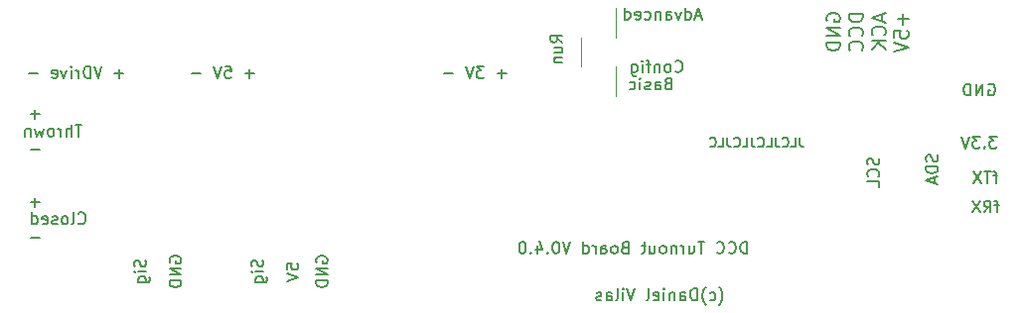
<source format=gbr>
G04 #@! TF.GenerationSoftware,KiCad,Pcbnew,6.0.6-3a73a75311~116~ubuntu22.04.1*
G04 #@! TF.CreationDate,2022-07-04T14:52:18+02:00*
G04 #@! TF.ProjectId,DccDecoder,44636344-6563-46f6-9465-722e6b696361,rev?*
G04 #@! TF.SameCoordinates,Original*
G04 #@! TF.FileFunction,Legend,Bot*
G04 #@! TF.FilePolarity,Positive*
%FSLAX46Y46*%
G04 Gerber Fmt 4.6, Leading zero omitted, Abs format (unit mm)*
G04 Created by KiCad (PCBNEW 6.0.6-3a73a75311~116~ubuntu22.04.1) date 2022-07-04 14:52:18*
%MOMM*%
%LPD*%
G01*
G04 APERTURE LIST*
%ADD10C,0.120000*%
%ADD11C,0.150000*%
%ADD12C,0.200000*%
%ADD13O,1.700000X1.950000*%
%ADD14R,2.400000X2.400000*%
%ADD15C,2.400000*%
%ADD16C,2.000000*%
%ADD17C,4.700000*%
%ADD18R,1.700000X1.700000*%
%ADD19O,1.700000X1.700000*%
%ADD20R,1.000000X1.000000*%
%ADD21O,1.000000X1.000000*%
G04 APERTURE END LIST*
D10*
X83000000Y-42000000D02*
X83000000Y-44500000D01*
X80000000Y-44500000D02*
X80000000Y-47000000D01*
X83000000Y-47000000D02*
X83000000Y-49500000D01*
D11*
X73666666Y-47571428D02*
X72904761Y-47571428D01*
X73285714Y-47952380D02*
X73285714Y-47190476D01*
X71761904Y-46952380D02*
X71142857Y-46952380D01*
X71476190Y-47333333D01*
X71333333Y-47333333D01*
X71238095Y-47380952D01*
X71190476Y-47428571D01*
X71142857Y-47523809D01*
X71142857Y-47761904D01*
X71190476Y-47857142D01*
X71238095Y-47904761D01*
X71333333Y-47952380D01*
X71619047Y-47952380D01*
X71714285Y-47904761D01*
X71761904Y-47857142D01*
X70857142Y-46952380D02*
X70523809Y-47952380D01*
X70190476Y-46952380D01*
X69095238Y-47571428D02*
X68333333Y-47571428D01*
X52166666Y-47571428D02*
X51404761Y-47571428D01*
X51785714Y-47952380D02*
X51785714Y-47190476D01*
X49690476Y-46952380D02*
X50166666Y-46952380D01*
X50214285Y-47428571D01*
X50166666Y-47380952D01*
X50071428Y-47333333D01*
X49833333Y-47333333D01*
X49738095Y-47380952D01*
X49690476Y-47428571D01*
X49642857Y-47523809D01*
X49642857Y-47761904D01*
X49690476Y-47857142D01*
X49738095Y-47904761D01*
X49833333Y-47952380D01*
X50071428Y-47952380D01*
X50166666Y-47904761D01*
X50214285Y-47857142D01*
X49357142Y-46952380D02*
X49023809Y-47952380D01*
X48690476Y-46952380D01*
X47595238Y-47571428D02*
X46833333Y-47571428D01*
D12*
X101002000Y-43085714D02*
X100944857Y-42971428D01*
X100944857Y-42800000D01*
X101002000Y-42628571D01*
X101116285Y-42514285D01*
X101230571Y-42457142D01*
X101459142Y-42400000D01*
X101630571Y-42400000D01*
X101859142Y-42457142D01*
X101973428Y-42514285D01*
X102087714Y-42628571D01*
X102144857Y-42800000D01*
X102144857Y-42914285D01*
X102087714Y-43085714D01*
X102030571Y-43142857D01*
X101630571Y-43142857D01*
X101630571Y-42914285D01*
X102144857Y-43657142D02*
X100944857Y-43657142D01*
X102144857Y-44342857D01*
X100944857Y-44342857D01*
X102144857Y-44914285D02*
X100944857Y-44914285D01*
X100944857Y-45200000D01*
X101002000Y-45371428D01*
X101116285Y-45485714D01*
X101230571Y-45542857D01*
X101459142Y-45600000D01*
X101630571Y-45600000D01*
X101859142Y-45542857D01*
X101973428Y-45485714D01*
X102087714Y-45371428D01*
X102144857Y-45200000D01*
X102144857Y-44914285D01*
X104076857Y-42485714D02*
X102876857Y-42485714D01*
X102876857Y-42771428D01*
X102934000Y-42942857D01*
X103048285Y-43057142D01*
X103162571Y-43114285D01*
X103391142Y-43171428D01*
X103562571Y-43171428D01*
X103791142Y-43114285D01*
X103905428Y-43057142D01*
X104019714Y-42942857D01*
X104076857Y-42771428D01*
X104076857Y-42485714D01*
X103962571Y-44371428D02*
X104019714Y-44314285D01*
X104076857Y-44142857D01*
X104076857Y-44028571D01*
X104019714Y-43857142D01*
X103905428Y-43742857D01*
X103791142Y-43685714D01*
X103562571Y-43628571D01*
X103391142Y-43628571D01*
X103162571Y-43685714D01*
X103048285Y-43742857D01*
X102934000Y-43857142D01*
X102876857Y-44028571D01*
X102876857Y-44142857D01*
X102934000Y-44314285D01*
X102991142Y-44371428D01*
X103962571Y-45571428D02*
X104019714Y-45514285D01*
X104076857Y-45342857D01*
X104076857Y-45228571D01*
X104019714Y-45057142D01*
X103905428Y-44942857D01*
X103791142Y-44885714D01*
X103562571Y-44828571D01*
X103391142Y-44828571D01*
X103162571Y-44885714D01*
X103048285Y-44942857D01*
X102934000Y-45057142D01*
X102876857Y-45228571D01*
X102876857Y-45342857D01*
X102934000Y-45514285D01*
X102991142Y-45571428D01*
X105666000Y-42514285D02*
X105666000Y-43085714D01*
X106008857Y-42400000D02*
X104808857Y-42800000D01*
X106008857Y-43200000D01*
X105894571Y-44285714D02*
X105951714Y-44228571D01*
X106008857Y-44057142D01*
X106008857Y-43942857D01*
X105951714Y-43771428D01*
X105837428Y-43657142D01*
X105723142Y-43600000D01*
X105494571Y-43542857D01*
X105323142Y-43542857D01*
X105094571Y-43600000D01*
X104980285Y-43657142D01*
X104866000Y-43771428D01*
X104808857Y-43942857D01*
X104808857Y-44057142D01*
X104866000Y-44228571D01*
X104923142Y-44285714D01*
X106008857Y-44800000D02*
X104808857Y-44800000D01*
X106008857Y-45485714D02*
X105323142Y-44971428D01*
X104808857Y-45485714D02*
X105494571Y-44800000D01*
X107483714Y-42457142D02*
X107483714Y-43371428D01*
X107940857Y-42914285D02*
X107026571Y-42914285D01*
X106740857Y-44514285D02*
X106740857Y-43942857D01*
X107312285Y-43885714D01*
X107255142Y-43942857D01*
X107198000Y-44057142D01*
X107198000Y-44342857D01*
X107255142Y-44457142D01*
X107312285Y-44514285D01*
X107426571Y-44571428D01*
X107712285Y-44571428D01*
X107826571Y-44514285D01*
X107883714Y-44457142D01*
X107940857Y-44342857D01*
X107940857Y-44057142D01*
X107883714Y-43942857D01*
X107826571Y-43885714D01*
X106740857Y-44914285D02*
X107940857Y-45314285D01*
X106740857Y-45714285D01*
D11*
X115547619Y-56285714D02*
X115166666Y-56285714D01*
X115404761Y-56952380D02*
X115404761Y-56095238D01*
X115357142Y-56000000D01*
X115261904Y-55952380D01*
X115166666Y-55952380D01*
X114976190Y-55952380D02*
X114404761Y-55952380D01*
X114690476Y-56952380D02*
X114690476Y-55952380D01*
X114166666Y-55952380D02*
X113500000Y-56952380D01*
X113500000Y-55952380D02*
X114166666Y-56952380D01*
X115666666Y-58785714D02*
X115285714Y-58785714D01*
X115523809Y-59452380D02*
X115523809Y-58595238D01*
X115476190Y-58500000D01*
X115380952Y-58452380D01*
X115285714Y-58452380D01*
X114380952Y-59452380D02*
X114714285Y-58976190D01*
X114952380Y-59452380D02*
X114952380Y-58452380D01*
X114571428Y-58452380D01*
X114476190Y-58500000D01*
X114428571Y-58547619D01*
X114380952Y-58642857D01*
X114380952Y-58785714D01*
X114428571Y-58880952D01*
X114476190Y-58928571D01*
X114571428Y-58976190D01*
X114952380Y-58976190D01*
X114047619Y-58452380D02*
X113380952Y-59452380D01*
X113380952Y-58452380D02*
X114047619Y-59452380D01*
X115476190Y-52952380D02*
X114857142Y-52952380D01*
X115190476Y-53333333D01*
X115047619Y-53333333D01*
X114952380Y-53380952D01*
X114904761Y-53428571D01*
X114857142Y-53523809D01*
X114857142Y-53761904D01*
X114904761Y-53857142D01*
X114952380Y-53904761D01*
X115047619Y-53952380D01*
X115333333Y-53952380D01*
X115428571Y-53904761D01*
X115476190Y-53857142D01*
X114428571Y-53857142D02*
X114380952Y-53904761D01*
X114428571Y-53952380D01*
X114476190Y-53904761D01*
X114428571Y-53857142D01*
X114428571Y-53952380D01*
X114047619Y-52952380D02*
X113428571Y-52952380D01*
X113761904Y-53333333D01*
X113619047Y-53333333D01*
X113523809Y-53380952D01*
X113476190Y-53428571D01*
X113428571Y-53523809D01*
X113428571Y-53761904D01*
X113476190Y-53857142D01*
X113523809Y-53904761D01*
X113619047Y-53952380D01*
X113904761Y-53952380D01*
X114000000Y-53904761D01*
X114047619Y-53857142D01*
X113142857Y-52952380D02*
X112809523Y-53952380D01*
X112476190Y-52952380D01*
X91821428Y-67333333D02*
X91869047Y-67285714D01*
X91964285Y-67142857D01*
X92011904Y-67047619D01*
X92059523Y-66904761D01*
X92107142Y-66666666D01*
X92107142Y-66476190D01*
X92059523Y-66238095D01*
X92011904Y-66095238D01*
X91964285Y-66000000D01*
X91869047Y-65857142D01*
X91821428Y-65809523D01*
X91011904Y-66904761D02*
X91107142Y-66952380D01*
X91297619Y-66952380D01*
X91392857Y-66904761D01*
X91440476Y-66857142D01*
X91488095Y-66761904D01*
X91488095Y-66476190D01*
X91440476Y-66380952D01*
X91392857Y-66333333D01*
X91297619Y-66285714D01*
X91107142Y-66285714D01*
X91011904Y-66333333D01*
X90678571Y-67333333D02*
X90630952Y-67285714D01*
X90535714Y-67142857D01*
X90488095Y-67047619D01*
X90440476Y-66904761D01*
X90392857Y-66666666D01*
X90392857Y-66476190D01*
X90440476Y-66238095D01*
X90488095Y-66095238D01*
X90535714Y-66000000D01*
X90630952Y-65857142D01*
X90678571Y-65809523D01*
X89916666Y-66952380D02*
X89916666Y-65952380D01*
X89678571Y-65952380D01*
X89535714Y-66000000D01*
X89440476Y-66095238D01*
X89392857Y-66190476D01*
X89345238Y-66380952D01*
X89345238Y-66523809D01*
X89392857Y-66714285D01*
X89440476Y-66809523D01*
X89535714Y-66904761D01*
X89678571Y-66952380D01*
X89916666Y-66952380D01*
X88488095Y-66952380D02*
X88488095Y-66428571D01*
X88535714Y-66333333D01*
X88630952Y-66285714D01*
X88821428Y-66285714D01*
X88916666Y-66333333D01*
X88488095Y-66904761D02*
X88583333Y-66952380D01*
X88821428Y-66952380D01*
X88916666Y-66904761D01*
X88964285Y-66809523D01*
X88964285Y-66714285D01*
X88916666Y-66619047D01*
X88821428Y-66571428D01*
X88583333Y-66571428D01*
X88488095Y-66523809D01*
X88011904Y-66285714D02*
X88011904Y-66952380D01*
X88011904Y-66380952D02*
X87964285Y-66333333D01*
X87869047Y-66285714D01*
X87726190Y-66285714D01*
X87630952Y-66333333D01*
X87583333Y-66428571D01*
X87583333Y-66952380D01*
X87107142Y-66952380D02*
X87107142Y-66285714D01*
X87107142Y-65952380D02*
X87154761Y-66000000D01*
X87107142Y-66047619D01*
X87059523Y-66000000D01*
X87107142Y-65952380D01*
X87107142Y-66047619D01*
X86250000Y-66904761D02*
X86345238Y-66952380D01*
X86535714Y-66952380D01*
X86630952Y-66904761D01*
X86678571Y-66809523D01*
X86678571Y-66428571D01*
X86630952Y-66333333D01*
X86535714Y-66285714D01*
X86345238Y-66285714D01*
X86250000Y-66333333D01*
X86202380Y-66428571D01*
X86202380Y-66523809D01*
X86678571Y-66619047D01*
X85630952Y-66952380D02*
X85726190Y-66904761D01*
X85773809Y-66809523D01*
X85773809Y-65952380D01*
X84630952Y-65952380D02*
X84297619Y-66952380D01*
X83964285Y-65952380D01*
X83630952Y-66952380D02*
X83630952Y-66285714D01*
X83630952Y-65952380D02*
X83678571Y-66000000D01*
X83630952Y-66047619D01*
X83583333Y-66000000D01*
X83630952Y-65952380D01*
X83630952Y-66047619D01*
X83011904Y-66952380D02*
X83107142Y-66904761D01*
X83154761Y-66809523D01*
X83154761Y-65952380D01*
X82202380Y-66952380D02*
X82202380Y-66428571D01*
X82250000Y-66333333D01*
X82345238Y-66285714D01*
X82535714Y-66285714D01*
X82630952Y-66333333D01*
X82202380Y-66904761D02*
X82297619Y-66952380D01*
X82535714Y-66952380D01*
X82630952Y-66904761D01*
X82678571Y-66809523D01*
X82678571Y-66714285D01*
X82630952Y-66619047D01*
X82535714Y-66571428D01*
X82297619Y-66571428D01*
X82202380Y-66523809D01*
X81773809Y-66904761D02*
X81678571Y-66952380D01*
X81488095Y-66952380D01*
X81392857Y-66904761D01*
X81345238Y-66809523D01*
X81345238Y-66761904D01*
X81392857Y-66666666D01*
X81488095Y-66619047D01*
X81630952Y-66619047D01*
X81726190Y-66571428D01*
X81773809Y-66476190D01*
X81773809Y-66428571D01*
X81726190Y-66333333D01*
X81630952Y-66285714D01*
X81488095Y-66285714D01*
X81392857Y-66333333D01*
X114761904Y-48500000D02*
X114857142Y-48452380D01*
X115000000Y-48452380D01*
X115142857Y-48500000D01*
X115238095Y-48595238D01*
X115285714Y-48690476D01*
X115333333Y-48880952D01*
X115333333Y-49023809D01*
X115285714Y-49214285D01*
X115238095Y-49309523D01*
X115142857Y-49404761D01*
X115000000Y-49452380D01*
X114904761Y-49452380D01*
X114761904Y-49404761D01*
X114714285Y-49357142D01*
X114714285Y-49023809D01*
X114904761Y-49023809D01*
X114285714Y-49452380D02*
X114285714Y-48452380D01*
X113714285Y-49452380D01*
X113714285Y-48452380D01*
X113238095Y-49452380D02*
X113238095Y-48452380D01*
X113000000Y-48452380D01*
X112857142Y-48500000D01*
X112761904Y-48595238D01*
X112714285Y-48690476D01*
X112666666Y-48880952D01*
X112666666Y-49023809D01*
X112714285Y-49214285D01*
X112761904Y-49309523D01*
X112857142Y-49404761D01*
X113000000Y-49452380D01*
X113238095Y-49452380D01*
X57500000Y-63738095D02*
X57452380Y-63642857D01*
X57452380Y-63500000D01*
X57500000Y-63357142D01*
X57595238Y-63261904D01*
X57690476Y-63214285D01*
X57880952Y-63166666D01*
X58023809Y-63166666D01*
X58214285Y-63214285D01*
X58309523Y-63261904D01*
X58404761Y-63357142D01*
X58452380Y-63500000D01*
X58452380Y-63595238D01*
X58404761Y-63738095D01*
X58357142Y-63785714D01*
X58023809Y-63785714D01*
X58023809Y-63595238D01*
X58452380Y-64214285D02*
X57452380Y-64214285D01*
X58452380Y-64785714D01*
X57452380Y-64785714D01*
X58452380Y-65261904D02*
X57452380Y-65261904D01*
X57452380Y-65500000D01*
X57500000Y-65642857D01*
X57595238Y-65738095D01*
X57690476Y-65785714D01*
X57880952Y-65833333D01*
X58023809Y-65833333D01*
X58214285Y-65785714D01*
X58309523Y-65738095D01*
X58404761Y-65642857D01*
X58452380Y-65500000D01*
X58452380Y-65261904D01*
X54952380Y-64309523D02*
X54952380Y-63833333D01*
X55428571Y-63785714D01*
X55380952Y-63833333D01*
X55333333Y-63928571D01*
X55333333Y-64166666D01*
X55380952Y-64261904D01*
X55428571Y-64309523D01*
X55523809Y-64357142D01*
X55761904Y-64357142D01*
X55857142Y-64309523D01*
X55904761Y-64261904D01*
X55952380Y-64166666D01*
X55952380Y-63928571D01*
X55904761Y-63833333D01*
X55857142Y-63785714D01*
X54952380Y-64642857D02*
X55952380Y-64976190D01*
X54952380Y-65309523D01*
X52904761Y-63523809D02*
X52952380Y-63666666D01*
X52952380Y-63904761D01*
X52904761Y-64000000D01*
X52857142Y-64047619D01*
X52761904Y-64095238D01*
X52666666Y-64095238D01*
X52571428Y-64047619D01*
X52523809Y-64000000D01*
X52476190Y-63904761D01*
X52428571Y-63714285D01*
X52380952Y-63619047D01*
X52333333Y-63571428D01*
X52238095Y-63523809D01*
X52142857Y-63523809D01*
X52047619Y-63571428D01*
X52000000Y-63619047D01*
X51952380Y-63714285D01*
X51952380Y-63952380D01*
X52000000Y-64095238D01*
X52952380Y-64523809D02*
X52285714Y-64523809D01*
X51952380Y-64523809D02*
X52000000Y-64476190D01*
X52047619Y-64523809D01*
X52000000Y-64571428D01*
X51952380Y-64523809D01*
X52047619Y-64523809D01*
X52285714Y-65428571D02*
X53095238Y-65428571D01*
X53190476Y-65380952D01*
X53238095Y-65333333D01*
X53285714Y-65238095D01*
X53285714Y-65095238D01*
X53238095Y-65000000D01*
X52904761Y-65428571D02*
X52952380Y-65333333D01*
X52952380Y-65142857D01*
X52904761Y-65047619D01*
X52857142Y-65000000D01*
X52761904Y-64952380D01*
X52476190Y-64952380D01*
X52380952Y-65000000D01*
X52333333Y-65047619D01*
X52285714Y-65142857D01*
X52285714Y-65333333D01*
X52333333Y-65428571D01*
X42904761Y-63523809D02*
X42952380Y-63666666D01*
X42952380Y-63904761D01*
X42904761Y-64000000D01*
X42857142Y-64047619D01*
X42761904Y-64095238D01*
X42666666Y-64095238D01*
X42571428Y-64047619D01*
X42523809Y-64000000D01*
X42476190Y-63904761D01*
X42428571Y-63714285D01*
X42380952Y-63619047D01*
X42333333Y-63571428D01*
X42238095Y-63523809D01*
X42142857Y-63523809D01*
X42047619Y-63571428D01*
X42000000Y-63619047D01*
X41952380Y-63714285D01*
X41952380Y-63952380D01*
X42000000Y-64095238D01*
X42952380Y-64523809D02*
X42285714Y-64523809D01*
X41952380Y-64523809D02*
X42000000Y-64476190D01*
X42047619Y-64523809D01*
X42000000Y-64571428D01*
X41952380Y-64523809D01*
X42047619Y-64523809D01*
X42285714Y-65428571D02*
X43095238Y-65428571D01*
X43190476Y-65380952D01*
X43238095Y-65333333D01*
X43285714Y-65238095D01*
X43285714Y-65095238D01*
X43238095Y-65000000D01*
X42904761Y-65428571D02*
X42952380Y-65333333D01*
X42952380Y-65142857D01*
X42904761Y-65047619D01*
X42857142Y-65000000D01*
X42761904Y-64952380D01*
X42476190Y-64952380D01*
X42380952Y-65000000D01*
X42333333Y-65047619D01*
X42285714Y-65142857D01*
X42285714Y-65333333D01*
X42333333Y-65428571D01*
X45000000Y-63738095D02*
X44952380Y-63642857D01*
X44952380Y-63500000D01*
X45000000Y-63357142D01*
X45095238Y-63261904D01*
X45190476Y-63214285D01*
X45380952Y-63166666D01*
X45523809Y-63166666D01*
X45714285Y-63214285D01*
X45809523Y-63261904D01*
X45904761Y-63357142D01*
X45952380Y-63500000D01*
X45952380Y-63595238D01*
X45904761Y-63738095D01*
X45857142Y-63785714D01*
X45523809Y-63785714D01*
X45523809Y-63595238D01*
X45952380Y-64214285D02*
X44952380Y-64214285D01*
X45952380Y-64785714D01*
X44952380Y-64785714D01*
X45952380Y-65261904D02*
X44952380Y-65261904D01*
X44952380Y-65500000D01*
X45000000Y-65642857D01*
X45095238Y-65738095D01*
X45190476Y-65785714D01*
X45380952Y-65833333D01*
X45523809Y-65833333D01*
X45714285Y-65785714D01*
X45809523Y-65738095D01*
X45904761Y-65642857D01*
X45952380Y-65500000D01*
X45952380Y-65261904D01*
X33880952Y-58571428D02*
X33119047Y-58571428D01*
X33500000Y-58952380D02*
X33500000Y-58190476D01*
X37190476Y-60357142D02*
X37238095Y-60404761D01*
X37380952Y-60452380D01*
X37476190Y-60452380D01*
X37619047Y-60404761D01*
X37714285Y-60309523D01*
X37761904Y-60214285D01*
X37809523Y-60023809D01*
X37809523Y-59880952D01*
X37761904Y-59690476D01*
X37714285Y-59595238D01*
X37619047Y-59500000D01*
X37476190Y-59452380D01*
X37380952Y-59452380D01*
X37238095Y-59500000D01*
X37190476Y-59547619D01*
X36619047Y-60452380D02*
X36714285Y-60404761D01*
X36761904Y-60309523D01*
X36761904Y-59452380D01*
X36095238Y-60452380D02*
X36190476Y-60404761D01*
X36238095Y-60357142D01*
X36285714Y-60261904D01*
X36285714Y-59976190D01*
X36238095Y-59880952D01*
X36190476Y-59833333D01*
X36095238Y-59785714D01*
X35952380Y-59785714D01*
X35857142Y-59833333D01*
X35809523Y-59880952D01*
X35761904Y-59976190D01*
X35761904Y-60261904D01*
X35809523Y-60357142D01*
X35857142Y-60404761D01*
X35952380Y-60452380D01*
X36095238Y-60452380D01*
X35380952Y-60404761D02*
X35285714Y-60452380D01*
X35095238Y-60452380D01*
X35000000Y-60404761D01*
X34952380Y-60309523D01*
X34952380Y-60261904D01*
X35000000Y-60166666D01*
X35095238Y-60119047D01*
X35238095Y-60119047D01*
X35333333Y-60071428D01*
X35380952Y-59976190D01*
X35380952Y-59928571D01*
X35333333Y-59833333D01*
X35238095Y-59785714D01*
X35095238Y-59785714D01*
X35000000Y-59833333D01*
X34142857Y-60404761D02*
X34238095Y-60452380D01*
X34428571Y-60452380D01*
X34523809Y-60404761D01*
X34571428Y-60309523D01*
X34571428Y-59928571D01*
X34523809Y-59833333D01*
X34428571Y-59785714D01*
X34238095Y-59785714D01*
X34142857Y-59833333D01*
X34095238Y-59928571D01*
X34095238Y-60023809D01*
X34571428Y-60119047D01*
X33238095Y-60452380D02*
X33238095Y-59452380D01*
X33238095Y-60404761D02*
X33333333Y-60452380D01*
X33523809Y-60452380D01*
X33619047Y-60404761D01*
X33666666Y-60357142D01*
X33714285Y-60261904D01*
X33714285Y-59976190D01*
X33666666Y-59880952D01*
X33619047Y-59833333D01*
X33523809Y-59785714D01*
X33333333Y-59785714D01*
X33238095Y-59833333D01*
X37476190Y-51952380D02*
X36904761Y-51952380D01*
X37190476Y-52952380D02*
X37190476Y-51952380D01*
X36571428Y-52952380D02*
X36571428Y-51952380D01*
X36142857Y-52952380D02*
X36142857Y-52428571D01*
X36190476Y-52333333D01*
X36285714Y-52285714D01*
X36428571Y-52285714D01*
X36523809Y-52333333D01*
X36571428Y-52380952D01*
X35666666Y-52952380D02*
X35666666Y-52285714D01*
X35666666Y-52476190D02*
X35619047Y-52380952D01*
X35571428Y-52333333D01*
X35476190Y-52285714D01*
X35380952Y-52285714D01*
X34904761Y-52952380D02*
X35000000Y-52904761D01*
X35047619Y-52857142D01*
X35095238Y-52761904D01*
X35095238Y-52476190D01*
X35047619Y-52380952D01*
X35000000Y-52333333D01*
X34904761Y-52285714D01*
X34761904Y-52285714D01*
X34666666Y-52333333D01*
X34619047Y-52380952D01*
X34571428Y-52476190D01*
X34571428Y-52761904D01*
X34619047Y-52857142D01*
X34666666Y-52904761D01*
X34761904Y-52952380D01*
X34904761Y-52952380D01*
X34238095Y-52285714D02*
X34047619Y-52952380D01*
X33857142Y-52476190D01*
X33666666Y-52952380D01*
X33476190Y-52285714D01*
X33095238Y-52285714D02*
X33095238Y-52952380D01*
X33095238Y-52380952D02*
X33047619Y-52333333D01*
X32952380Y-52285714D01*
X32809523Y-52285714D01*
X32714285Y-52333333D01*
X32666666Y-52428571D01*
X32666666Y-52952380D01*
X33880952Y-54071428D02*
X33119047Y-54071428D01*
X33880952Y-51071428D02*
X33119047Y-51071428D01*
X33500000Y-51452380D02*
X33500000Y-50690476D01*
X33880952Y-61571428D02*
X33119047Y-61571428D01*
X110404761Y-54535714D02*
X110452380Y-54678571D01*
X110452380Y-54916666D01*
X110404761Y-55011904D01*
X110357142Y-55059523D01*
X110261904Y-55107142D01*
X110166666Y-55107142D01*
X110071428Y-55059523D01*
X110023809Y-55011904D01*
X109976190Y-54916666D01*
X109928571Y-54726190D01*
X109880952Y-54630952D01*
X109833333Y-54583333D01*
X109738095Y-54535714D01*
X109642857Y-54535714D01*
X109547619Y-54583333D01*
X109500000Y-54630952D01*
X109452380Y-54726190D01*
X109452380Y-54964285D01*
X109500000Y-55107142D01*
X110452380Y-55535714D02*
X109452380Y-55535714D01*
X109452380Y-55773809D01*
X109500000Y-55916666D01*
X109595238Y-56011904D01*
X109690476Y-56059523D01*
X109880952Y-56107142D01*
X110023809Y-56107142D01*
X110214285Y-56059523D01*
X110309523Y-56011904D01*
X110404761Y-55916666D01*
X110452380Y-55773809D01*
X110452380Y-55535714D01*
X110166666Y-56488095D02*
X110166666Y-56964285D01*
X110452380Y-56392857D02*
X109452380Y-56726190D01*
X110452380Y-57059523D01*
X105404761Y-54809523D02*
X105452380Y-54952380D01*
X105452380Y-55190476D01*
X105404761Y-55285714D01*
X105357142Y-55333333D01*
X105261904Y-55380952D01*
X105166666Y-55380952D01*
X105071428Y-55333333D01*
X105023809Y-55285714D01*
X104976190Y-55190476D01*
X104928571Y-55000000D01*
X104880952Y-54904761D01*
X104833333Y-54857142D01*
X104738095Y-54809523D01*
X104642857Y-54809523D01*
X104547619Y-54857142D01*
X104500000Y-54904761D01*
X104452380Y-55000000D01*
X104452380Y-55238095D01*
X104500000Y-55380952D01*
X105357142Y-56380952D02*
X105404761Y-56333333D01*
X105452380Y-56190476D01*
X105452380Y-56095238D01*
X105404761Y-55952380D01*
X105309523Y-55857142D01*
X105214285Y-55809523D01*
X105023809Y-55761904D01*
X104880952Y-55761904D01*
X104690476Y-55809523D01*
X104595238Y-55857142D01*
X104500000Y-55952380D01*
X104452380Y-56095238D01*
X104452380Y-56190476D01*
X104500000Y-56333333D01*
X104547619Y-56380952D01*
X105452380Y-57285714D02*
X105452380Y-56809523D01*
X104452380Y-56809523D01*
X94190476Y-62952380D02*
X94190476Y-61952380D01*
X93952380Y-61952380D01*
X93809523Y-62000000D01*
X93714285Y-62095238D01*
X93666666Y-62190476D01*
X93619047Y-62380952D01*
X93619047Y-62523809D01*
X93666666Y-62714285D01*
X93714285Y-62809523D01*
X93809523Y-62904761D01*
X93952380Y-62952380D01*
X94190476Y-62952380D01*
X92619047Y-62857142D02*
X92666666Y-62904761D01*
X92809523Y-62952380D01*
X92904761Y-62952380D01*
X93047619Y-62904761D01*
X93142857Y-62809523D01*
X93190476Y-62714285D01*
X93238095Y-62523809D01*
X93238095Y-62380952D01*
X93190476Y-62190476D01*
X93142857Y-62095238D01*
X93047619Y-62000000D01*
X92904761Y-61952380D01*
X92809523Y-61952380D01*
X92666666Y-62000000D01*
X92619047Y-62047619D01*
X91619047Y-62857142D02*
X91666666Y-62904761D01*
X91809523Y-62952380D01*
X91904761Y-62952380D01*
X92047619Y-62904761D01*
X92142857Y-62809523D01*
X92190476Y-62714285D01*
X92238095Y-62523809D01*
X92238095Y-62380952D01*
X92190476Y-62190476D01*
X92142857Y-62095238D01*
X92047619Y-62000000D01*
X91904761Y-61952380D01*
X91809523Y-61952380D01*
X91666666Y-62000000D01*
X91619047Y-62047619D01*
X90571428Y-61952380D02*
X90000000Y-61952380D01*
X90285714Y-62952380D02*
X90285714Y-61952380D01*
X89238095Y-62285714D02*
X89238095Y-62952380D01*
X89666666Y-62285714D02*
X89666666Y-62809523D01*
X89619047Y-62904761D01*
X89523809Y-62952380D01*
X89380952Y-62952380D01*
X89285714Y-62904761D01*
X89238095Y-62857142D01*
X88761904Y-62952380D02*
X88761904Y-62285714D01*
X88761904Y-62476190D02*
X88714285Y-62380952D01*
X88666666Y-62333333D01*
X88571428Y-62285714D01*
X88476190Y-62285714D01*
X88142857Y-62285714D02*
X88142857Y-62952380D01*
X88142857Y-62380952D02*
X88095238Y-62333333D01*
X88000000Y-62285714D01*
X87857142Y-62285714D01*
X87761904Y-62333333D01*
X87714285Y-62428571D01*
X87714285Y-62952380D01*
X87095238Y-62952380D02*
X87190476Y-62904761D01*
X87238095Y-62857142D01*
X87285714Y-62761904D01*
X87285714Y-62476190D01*
X87238095Y-62380952D01*
X87190476Y-62333333D01*
X87095238Y-62285714D01*
X86952380Y-62285714D01*
X86857142Y-62333333D01*
X86809523Y-62380952D01*
X86761904Y-62476190D01*
X86761904Y-62761904D01*
X86809523Y-62857142D01*
X86857142Y-62904761D01*
X86952380Y-62952380D01*
X87095238Y-62952380D01*
X85904761Y-62285714D02*
X85904761Y-62952380D01*
X86333333Y-62285714D02*
X86333333Y-62809523D01*
X86285714Y-62904761D01*
X86190476Y-62952380D01*
X86047619Y-62952380D01*
X85952380Y-62904761D01*
X85904761Y-62857142D01*
X85571428Y-62285714D02*
X85190476Y-62285714D01*
X85428571Y-61952380D02*
X85428571Y-62809523D01*
X85380952Y-62904761D01*
X85285714Y-62952380D01*
X85190476Y-62952380D01*
X83761904Y-62428571D02*
X83619047Y-62476190D01*
X83571428Y-62523809D01*
X83523809Y-62619047D01*
X83523809Y-62761904D01*
X83571428Y-62857142D01*
X83619047Y-62904761D01*
X83714285Y-62952380D01*
X84095238Y-62952380D01*
X84095238Y-61952380D01*
X83761904Y-61952380D01*
X83666666Y-62000000D01*
X83619047Y-62047619D01*
X83571428Y-62142857D01*
X83571428Y-62238095D01*
X83619047Y-62333333D01*
X83666666Y-62380952D01*
X83761904Y-62428571D01*
X84095238Y-62428571D01*
X82952380Y-62952380D02*
X83047619Y-62904761D01*
X83095238Y-62857142D01*
X83142857Y-62761904D01*
X83142857Y-62476190D01*
X83095238Y-62380952D01*
X83047619Y-62333333D01*
X82952380Y-62285714D01*
X82809523Y-62285714D01*
X82714285Y-62333333D01*
X82666666Y-62380952D01*
X82619047Y-62476190D01*
X82619047Y-62761904D01*
X82666666Y-62857142D01*
X82714285Y-62904761D01*
X82809523Y-62952380D01*
X82952380Y-62952380D01*
X81761904Y-62952380D02*
X81761904Y-62428571D01*
X81809523Y-62333333D01*
X81904761Y-62285714D01*
X82095238Y-62285714D01*
X82190476Y-62333333D01*
X81761904Y-62904761D02*
X81857142Y-62952380D01*
X82095238Y-62952380D01*
X82190476Y-62904761D01*
X82238095Y-62809523D01*
X82238095Y-62714285D01*
X82190476Y-62619047D01*
X82095238Y-62571428D01*
X81857142Y-62571428D01*
X81761904Y-62523809D01*
X81285714Y-62952380D02*
X81285714Y-62285714D01*
X81285714Y-62476190D02*
X81238095Y-62380952D01*
X81190476Y-62333333D01*
X81095238Y-62285714D01*
X81000000Y-62285714D01*
X80238095Y-62952380D02*
X80238095Y-61952380D01*
X80238095Y-62904761D02*
X80333333Y-62952380D01*
X80523809Y-62952380D01*
X80619047Y-62904761D01*
X80666666Y-62857142D01*
X80714285Y-62761904D01*
X80714285Y-62476190D01*
X80666666Y-62380952D01*
X80619047Y-62333333D01*
X80523809Y-62285714D01*
X80333333Y-62285714D01*
X80238095Y-62333333D01*
X79142857Y-61952380D02*
X78809523Y-62952380D01*
X78476190Y-61952380D01*
X77952380Y-61952380D02*
X77857142Y-61952380D01*
X77761904Y-62000000D01*
X77714285Y-62047619D01*
X77666666Y-62142857D01*
X77619047Y-62333333D01*
X77619047Y-62571428D01*
X77666666Y-62761904D01*
X77714285Y-62857142D01*
X77761904Y-62904761D01*
X77857142Y-62952380D01*
X77952380Y-62952380D01*
X78047619Y-62904761D01*
X78095238Y-62857142D01*
X78142857Y-62761904D01*
X78190476Y-62571428D01*
X78190476Y-62333333D01*
X78142857Y-62142857D01*
X78095238Y-62047619D01*
X78047619Y-62000000D01*
X77952380Y-61952380D01*
X77190476Y-62857142D02*
X77142857Y-62904761D01*
X77190476Y-62952380D01*
X77238095Y-62904761D01*
X77190476Y-62857142D01*
X77190476Y-62952380D01*
X76285714Y-62285714D02*
X76285714Y-62952380D01*
X76523809Y-61904761D02*
X76761904Y-62619047D01*
X76142857Y-62619047D01*
X75761904Y-62857142D02*
X75714285Y-62904761D01*
X75761904Y-62952380D01*
X75809523Y-62904761D01*
X75761904Y-62857142D01*
X75761904Y-62952380D01*
X75095238Y-61952380D02*
X75000000Y-61952380D01*
X74904761Y-62000000D01*
X74857142Y-62047619D01*
X74809523Y-62142857D01*
X74761904Y-62333333D01*
X74761904Y-62571428D01*
X74809523Y-62761904D01*
X74857142Y-62857142D01*
X74904761Y-62904761D01*
X75000000Y-62952380D01*
X75095238Y-62952380D01*
X75190476Y-62904761D01*
X75238095Y-62857142D01*
X75285714Y-62761904D01*
X75333333Y-62571428D01*
X75333333Y-62333333D01*
X75285714Y-62142857D01*
X75238095Y-62047619D01*
X75190476Y-62000000D01*
X75095238Y-61952380D01*
X98695238Y-53061904D02*
X98695238Y-53633333D01*
X98733333Y-53747619D01*
X98809523Y-53823809D01*
X98923809Y-53861904D01*
X99000000Y-53861904D01*
X97933333Y-53861904D02*
X98314285Y-53861904D01*
X98314285Y-53061904D01*
X97209523Y-53785714D02*
X97247619Y-53823809D01*
X97361904Y-53861904D01*
X97438095Y-53861904D01*
X97552380Y-53823809D01*
X97628571Y-53747619D01*
X97666666Y-53671428D01*
X97704761Y-53519047D01*
X97704761Y-53404761D01*
X97666666Y-53252380D01*
X97628571Y-53176190D01*
X97552380Y-53100000D01*
X97438095Y-53061904D01*
X97361904Y-53061904D01*
X97247619Y-53100000D01*
X97209523Y-53138095D01*
X96638095Y-53061904D02*
X96638095Y-53633333D01*
X96676190Y-53747619D01*
X96752380Y-53823809D01*
X96866666Y-53861904D01*
X96942857Y-53861904D01*
X95876190Y-53861904D02*
X96257142Y-53861904D01*
X96257142Y-53061904D01*
X95152380Y-53785714D02*
X95190476Y-53823809D01*
X95304761Y-53861904D01*
X95380952Y-53861904D01*
X95495238Y-53823809D01*
X95571428Y-53747619D01*
X95609523Y-53671428D01*
X95647619Y-53519047D01*
X95647619Y-53404761D01*
X95609523Y-53252380D01*
X95571428Y-53176190D01*
X95495238Y-53100000D01*
X95380952Y-53061904D01*
X95304761Y-53061904D01*
X95190476Y-53100000D01*
X95152380Y-53138095D01*
X94580952Y-53061904D02*
X94580952Y-53633333D01*
X94619047Y-53747619D01*
X94695238Y-53823809D01*
X94809523Y-53861904D01*
X94885714Y-53861904D01*
X93819047Y-53861904D02*
X94200000Y-53861904D01*
X94200000Y-53061904D01*
X93095238Y-53785714D02*
X93133333Y-53823809D01*
X93247619Y-53861904D01*
X93323809Y-53861904D01*
X93438095Y-53823809D01*
X93514285Y-53747619D01*
X93552380Y-53671428D01*
X93590476Y-53519047D01*
X93590476Y-53404761D01*
X93552380Y-53252380D01*
X93514285Y-53176190D01*
X93438095Y-53100000D01*
X93323809Y-53061904D01*
X93247619Y-53061904D01*
X93133333Y-53100000D01*
X93095238Y-53138095D01*
X92523809Y-53061904D02*
X92523809Y-53633333D01*
X92561904Y-53747619D01*
X92638095Y-53823809D01*
X92752380Y-53861904D01*
X92828571Y-53861904D01*
X91761904Y-53861904D02*
X92142857Y-53861904D01*
X92142857Y-53061904D01*
X91038095Y-53785714D02*
X91076190Y-53823809D01*
X91190476Y-53861904D01*
X91266666Y-53861904D01*
X91380952Y-53823809D01*
X91457142Y-53747619D01*
X91495238Y-53671428D01*
X91533333Y-53519047D01*
X91533333Y-53404761D01*
X91495238Y-53252380D01*
X91457142Y-53176190D01*
X91380952Y-53100000D01*
X91266666Y-53061904D01*
X91190476Y-53061904D01*
X91076190Y-53100000D01*
X91038095Y-53138095D01*
X87452380Y-48428571D02*
X87309523Y-48476190D01*
X87261904Y-48523809D01*
X87214285Y-48619047D01*
X87214285Y-48761904D01*
X87261904Y-48857142D01*
X87309523Y-48904761D01*
X87404761Y-48952380D01*
X87785714Y-48952380D01*
X87785714Y-47952380D01*
X87452380Y-47952380D01*
X87357142Y-48000000D01*
X87309523Y-48047619D01*
X87261904Y-48142857D01*
X87261904Y-48238095D01*
X87309523Y-48333333D01*
X87357142Y-48380952D01*
X87452380Y-48428571D01*
X87785714Y-48428571D01*
X86357142Y-48952380D02*
X86357142Y-48428571D01*
X86404761Y-48333333D01*
X86500000Y-48285714D01*
X86690476Y-48285714D01*
X86785714Y-48333333D01*
X86357142Y-48904761D02*
X86452380Y-48952380D01*
X86690476Y-48952380D01*
X86785714Y-48904761D01*
X86833333Y-48809523D01*
X86833333Y-48714285D01*
X86785714Y-48619047D01*
X86690476Y-48571428D01*
X86452380Y-48571428D01*
X86357142Y-48523809D01*
X85928571Y-48904761D02*
X85833333Y-48952380D01*
X85642857Y-48952380D01*
X85547619Y-48904761D01*
X85500000Y-48809523D01*
X85500000Y-48761904D01*
X85547619Y-48666666D01*
X85642857Y-48619047D01*
X85785714Y-48619047D01*
X85880952Y-48571428D01*
X85928571Y-48476190D01*
X85928571Y-48428571D01*
X85880952Y-48333333D01*
X85785714Y-48285714D01*
X85642857Y-48285714D01*
X85547619Y-48333333D01*
X85071428Y-48952380D02*
X85071428Y-48285714D01*
X85071428Y-47952380D02*
X85119047Y-48000000D01*
X85071428Y-48047619D01*
X85023809Y-48000000D01*
X85071428Y-47952380D01*
X85071428Y-48047619D01*
X84166666Y-48904761D02*
X84261904Y-48952380D01*
X84452380Y-48952380D01*
X84547619Y-48904761D01*
X84595238Y-48857142D01*
X84642857Y-48761904D01*
X84642857Y-48476190D01*
X84595238Y-48380952D01*
X84547619Y-48333333D01*
X84452380Y-48285714D01*
X84261904Y-48285714D01*
X84166666Y-48333333D01*
X41047619Y-47571428D02*
X40285714Y-47571428D01*
X40666666Y-47952380D02*
X40666666Y-47190476D01*
X39190476Y-46952380D02*
X38857142Y-47952380D01*
X38523809Y-46952380D01*
X38190476Y-47952380D02*
X38190476Y-46952380D01*
X37952380Y-46952380D01*
X37809523Y-47000000D01*
X37714285Y-47095238D01*
X37666666Y-47190476D01*
X37619047Y-47380952D01*
X37619047Y-47523809D01*
X37666666Y-47714285D01*
X37714285Y-47809523D01*
X37809523Y-47904761D01*
X37952380Y-47952380D01*
X38190476Y-47952380D01*
X37190476Y-47952380D02*
X37190476Y-47285714D01*
X37190476Y-47476190D02*
X37142857Y-47380952D01*
X37095238Y-47333333D01*
X37000000Y-47285714D01*
X36904761Y-47285714D01*
X36571428Y-47952380D02*
X36571428Y-47285714D01*
X36571428Y-46952380D02*
X36619047Y-47000000D01*
X36571428Y-47047619D01*
X36523809Y-47000000D01*
X36571428Y-46952380D01*
X36571428Y-47047619D01*
X36190476Y-47285714D02*
X35952380Y-47952380D01*
X35714285Y-47285714D01*
X34952380Y-47904761D02*
X35047619Y-47952380D01*
X35238095Y-47952380D01*
X35333333Y-47904761D01*
X35380952Y-47809523D01*
X35380952Y-47428571D01*
X35333333Y-47333333D01*
X35238095Y-47285714D01*
X35047619Y-47285714D01*
X34952380Y-47333333D01*
X34904761Y-47428571D01*
X34904761Y-47523809D01*
X35380952Y-47619047D01*
X33714285Y-47571428D02*
X32952380Y-47571428D01*
X90285714Y-42666666D02*
X89809523Y-42666666D01*
X90380952Y-42952380D02*
X90047619Y-41952380D01*
X89714285Y-42952380D01*
X88952380Y-42952380D02*
X88952380Y-41952380D01*
X88952380Y-42904761D02*
X89047619Y-42952380D01*
X89238095Y-42952380D01*
X89333333Y-42904761D01*
X89380952Y-42857142D01*
X89428571Y-42761904D01*
X89428571Y-42476190D01*
X89380952Y-42380952D01*
X89333333Y-42333333D01*
X89238095Y-42285714D01*
X89047619Y-42285714D01*
X88952380Y-42333333D01*
X88571428Y-42285714D02*
X88333333Y-42952380D01*
X88095238Y-42285714D01*
X87285714Y-42952380D02*
X87285714Y-42428571D01*
X87333333Y-42333333D01*
X87428571Y-42285714D01*
X87619047Y-42285714D01*
X87714285Y-42333333D01*
X87285714Y-42904761D02*
X87380952Y-42952380D01*
X87619047Y-42952380D01*
X87714285Y-42904761D01*
X87761904Y-42809523D01*
X87761904Y-42714285D01*
X87714285Y-42619047D01*
X87619047Y-42571428D01*
X87380952Y-42571428D01*
X87285714Y-42523809D01*
X86809523Y-42285714D02*
X86809523Y-42952380D01*
X86809523Y-42380952D02*
X86761904Y-42333333D01*
X86666666Y-42285714D01*
X86523809Y-42285714D01*
X86428571Y-42333333D01*
X86380952Y-42428571D01*
X86380952Y-42952380D01*
X85476190Y-42904761D02*
X85571428Y-42952380D01*
X85761904Y-42952380D01*
X85857142Y-42904761D01*
X85904761Y-42857142D01*
X85952380Y-42761904D01*
X85952380Y-42476190D01*
X85904761Y-42380952D01*
X85857142Y-42333333D01*
X85761904Y-42285714D01*
X85571428Y-42285714D01*
X85476190Y-42333333D01*
X84666666Y-42904761D02*
X84761904Y-42952380D01*
X84952380Y-42952380D01*
X85047619Y-42904761D01*
X85095238Y-42809523D01*
X85095238Y-42428571D01*
X85047619Y-42333333D01*
X84952380Y-42285714D01*
X84761904Y-42285714D01*
X84666666Y-42333333D01*
X84619047Y-42428571D01*
X84619047Y-42523809D01*
X85095238Y-42619047D01*
X83761904Y-42952380D02*
X83761904Y-41952380D01*
X83761904Y-42904761D02*
X83857142Y-42952380D01*
X84047619Y-42952380D01*
X84142857Y-42904761D01*
X84190476Y-42857142D01*
X84238095Y-42761904D01*
X84238095Y-42476190D01*
X84190476Y-42380952D01*
X84142857Y-42333333D01*
X84047619Y-42285714D01*
X83857142Y-42285714D01*
X83761904Y-42333333D01*
X88071428Y-47357142D02*
X88119047Y-47404761D01*
X88261904Y-47452380D01*
X88357142Y-47452380D01*
X88500000Y-47404761D01*
X88595238Y-47309523D01*
X88642857Y-47214285D01*
X88690476Y-47023809D01*
X88690476Y-46880952D01*
X88642857Y-46690476D01*
X88595238Y-46595238D01*
X88500000Y-46500000D01*
X88357142Y-46452380D01*
X88261904Y-46452380D01*
X88119047Y-46500000D01*
X88071428Y-46547619D01*
X87499999Y-47452380D02*
X87595238Y-47404761D01*
X87642857Y-47357142D01*
X87690476Y-47261904D01*
X87690476Y-46976190D01*
X87642857Y-46880952D01*
X87595238Y-46833333D01*
X87499999Y-46785714D01*
X87357142Y-46785714D01*
X87261904Y-46833333D01*
X87214285Y-46880952D01*
X87166666Y-46976190D01*
X87166666Y-47261904D01*
X87214285Y-47357142D01*
X87261904Y-47404761D01*
X87357142Y-47452380D01*
X87499999Y-47452380D01*
X86738095Y-46785714D02*
X86738095Y-47452380D01*
X86738095Y-46880952D02*
X86690476Y-46833333D01*
X86595238Y-46785714D01*
X86452380Y-46785714D01*
X86357142Y-46833333D01*
X86309523Y-46928571D01*
X86309523Y-47452380D01*
X85976190Y-46785714D02*
X85595238Y-46785714D01*
X85833333Y-47452380D02*
X85833333Y-46595238D01*
X85785714Y-46500000D01*
X85690476Y-46452380D01*
X85595238Y-46452380D01*
X85261904Y-47452380D02*
X85261904Y-46785714D01*
X85261904Y-46452380D02*
X85309523Y-46500000D01*
X85261904Y-46547619D01*
X85214285Y-46500000D01*
X85261904Y-46452380D01*
X85261904Y-46547619D01*
X84357142Y-46785714D02*
X84357142Y-47595238D01*
X84404761Y-47690476D01*
X84452380Y-47738095D01*
X84547619Y-47785714D01*
X84690476Y-47785714D01*
X84785714Y-47738095D01*
X84357142Y-47404761D02*
X84452380Y-47452380D01*
X84642857Y-47452380D01*
X84738095Y-47404761D01*
X84785714Y-47357142D01*
X84833333Y-47261904D01*
X84833333Y-46976190D01*
X84785714Y-46880952D01*
X84738095Y-46833333D01*
X84642857Y-46785714D01*
X84452380Y-46785714D01*
X84357142Y-46833333D01*
X78452380Y-44904761D02*
X77976190Y-44571428D01*
X78452380Y-44333333D02*
X77452380Y-44333333D01*
X77452380Y-44714285D01*
X77500000Y-44809523D01*
X77547619Y-44857142D01*
X77642857Y-44904761D01*
X77785714Y-44904761D01*
X77880952Y-44857142D01*
X77928571Y-44809523D01*
X77976190Y-44714285D01*
X77976190Y-44333333D01*
X77785714Y-45761904D02*
X78452380Y-45761904D01*
X77785714Y-45333333D02*
X78309523Y-45333333D01*
X78404761Y-45380952D01*
X78452380Y-45476190D01*
X78452380Y-45619047D01*
X78404761Y-45714285D01*
X78357142Y-45761904D01*
X77785714Y-46238095D02*
X78452380Y-46238095D01*
X77880952Y-46238095D02*
X77833333Y-46285714D01*
X77785714Y-46380952D01*
X77785714Y-46523809D01*
X77833333Y-46619047D01*
X77928571Y-46666666D01*
X78452380Y-46666666D01*
%LPC*%
G36*
G01*
X109350000Y-47275000D02*
X109350000Y-48725000D01*
G75*
G02*
X109100000Y-48975000I-250000J0D01*
G01*
X107900000Y-48975000D01*
G75*
G02*
X107650000Y-48725000I0J250000D01*
G01*
X107650000Y-47275000D01*
G75*
G02*
X107900000Y-47025000I250000J0D01*
G01*
X109100000Y-47025000D01*
G75*
G02*
X109350000Y-47275000I0J-250000D01*
G01*
G37*
D13*
X106000000Y-48000000D03*
X103500000Y-48000000D03*
X101000000Y-48000000D03*
D14*
X73000000Y-45000000D03*
D15*
X69500000Y-45000000D03*
D14*
X51500000Y-45000000D03*
D15*
X48000000Y-45000000D03*
D16*
X104000000Y-63000000D03*
X110500000Y-63000000D03*
X104000000Y-67500000D03*
X110500000Y-67500000D03*
D17*
X29000000Y-44000000D03*
X29000000Y-66000000D03*
X116000000Y-44000000D03*
X116000000Y-66000000D03*
D14*
X39000000Y-45000000D03*
D15*
X35500000Y-45000000D03*
D18*
X117500000Y-61500000D03*
D19*
X117500000Y-58960000D03*
X117500000Y-56420000D03*
X117500000Y-53880000D03*
X117500000Y-51340000D03*
X117500000Y-48800000D03*
D20*
X91040000Y-44000000D03*
D21*
X91040000Y-45270000D03*
X89770000Y-44000000D03*
X89770000Y-45270000D03*
X88500000Y-44000000D03*
X88500000Y-45270000D03*
X87230000Y-44000000D03*
X87230000Y-45270000D03*
X85960000Y-44000000D03*
X85960000Y-45270000D03*
D18*
X110000000Y-58500000D03*
D19*
X107460000Y-58500000D03*
X104920000Y-58500000D03*
D18*
X30995000Y-51215000D03*
D19*
X30995000Y-53755000D03*
D18*
X31000000Y-58500000D03*
D19*
X31000000Y-61040000D03*
D18*
X52460000Y-67500000D03*
D19*
X55000000Y-67500000D03*
X57540000Y-67500000D03*
D18*
X43000000Y-67500000D03*
D19*
X45540000Y-67500000D03*
D18*
X81500000Y-49500000D03*
D19*
X81500000Y-46960000D03*
X81500000Y-44420000D03*
X81500000Y-41880000D03*
M02*

</source>
